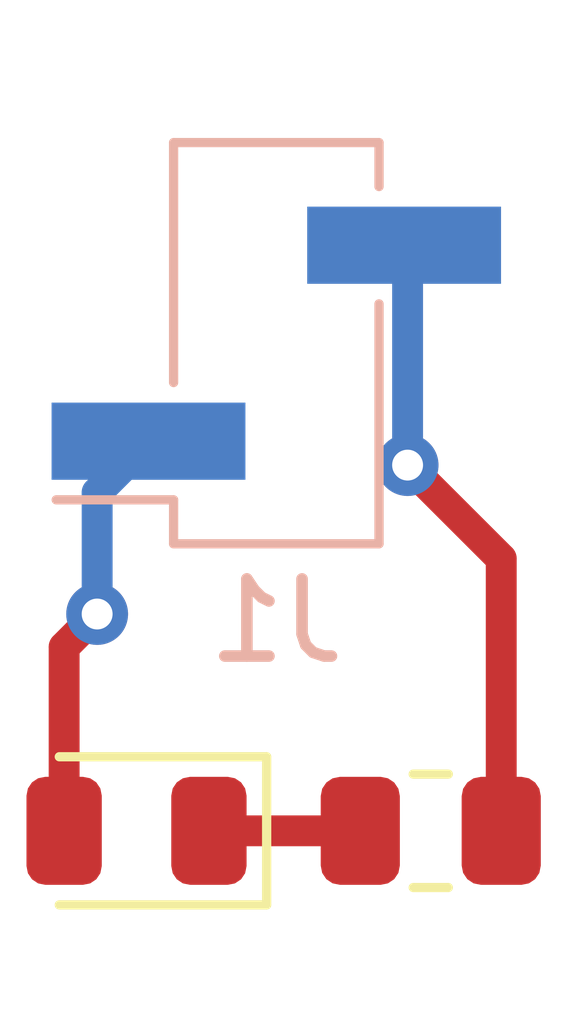
<source format=kicad_pcb>
(kicad_pcb (version 20171130) (host pcbnew "(5.1.10)-1")

  (general
    (thickness 1.6)
    (drawings 0)
    (tracks 11)
    (zones 0)
    (modules 3)
    (nets 4)
  )

  (page A4)
  (layers
    (0 F.Cu signal)
    (31 B.Cu signal)
    (32 B.Adhes user)
    (33 F.Adhes user)
    (34 B.Paste user)
    (35 F.Paste user)
    (36 B.SilkS user)
    (37 F.SilkS user)
    (38 B.Mask user)
    (39 F.Mask user)
    (40 Dwgs.User user)
    (41 Cmts.User user)
    (42 Eco1.User user)
    (43 Eco2.User user)
    (44 Edge.Cuts user)
    (45 Margin user)
    (46 B.CrtYd user)
    (47 F.CrtYd user)
    (48 B.Fab user)
    (49 F.Fab user)
  )

  (setup
    (last_trace_width 0.4)
    (user_trace_width 0.4)
    (user_trace_width 0.6)
    (user_trace_width 0.8)
    (trace_clearance 0.2)
    (zone_clearance 0.508)
    (zone_45_only no)
    (trace_min 0.2)
    (via_size 0.8)
    (via_drill 0.4)
    (via_min_size 0.4)
    (via_min_drill 0.3)
    (uvia_size 0.3)
    (uvia_drill 0.1)
    (uvias_allowed no)
    (uvia_min_size 0.2)
    (uvia_min_drill 0.1)
    (edge_width 0.05)
    (segment_width 0.2)
    (pcb_text_width 0.3)
    (pcb_text_size 1.5 1.5)
    (mod_edge_width 0.12)
    (mod_text_size 1 1)
    (mod_text_width 0.15)
    (pad_size 1.524 1.524)
    (pad_drill 0.762)
    (pad_to_mask_clearance 0)
    (aux_axis_origin 0 0)
    (visible_elements FFFFFF7F)
    (pcbplotparams
      (layerselection 0x010fc_ffffffff)
      (usegerberextensions false)
      (usegerberattributes true)
      (usegerberadvancedattributes true)
      (creategerberjobfile true)
      (excludeedgelayer true)
      (linewidth 0.100000)
      (plotframeref false)
      (viasonmask false)
      (mode 1)
      (useauxorigin false)
      (hpglpennumber 1)
      (hpglpenspeed 20)
      (hpglpendiameter 15.000000)
      (psnegative false)
      (psa4output false)
      (plotreference true)
      (plotvalue true)
      (plotinvisibletext false)
      (padsonsilk false)
      (subtractmaskfromsilk false)
      (outputformat 1)
      (mirror false)
      (drillshape 1)
      (scaleselection 1)
      (outputdirectory ""))
  )

  (net 0 "")
  (net 1 "Net-(D1-Pad1)")
  (net 2 /VCC)
  (net 3 /GND)

  (net_class Default "This is the default net class."
    (clearance 0.2)
    (trace_width 0.25)
    (via_dia 0.8)
    (via_drill 0.4)
    (uvia_dia 0.3)
    (uvia_drill 0.1)
    (add_net /GND)
    (add_net /VCC)
    (add_net "Net-(D1-Pad1)")
  )

  (module Resistor_SMD:R_0805_2012Metric (layer F.Cu) (tedit 5F68FEEE) (tstamp 613AAD6D)
    (at 156.21 114.3)
    (descr "Resistor SMD 0805 (2012 Metric), square (rectangular) end terminal, IPC_7351 nominal, (Body size source: IPC-SM-782 page 72, https://www.pcb-3d.com/wordpress/wp-content/uploads/ipc-sm-782a_amendment_1_and_2.pdf), generated with kicad-footprint-generator")
    (tags resistor)
    (path /613A5E00)
    (attr smd)
    (fp_text reference R1 (at 0.01 1.69) (layer F.SilkS) hide
      (effects (font (size 1 1) (thickness 0.15)))
    )
    (fp_text value 1K (at 0 1.65) (layer F.Fab)
      (effects (font (size 1 1) (thickness 0.15)))
    )
    (fp_text user %R (at 0 0) (layer F.Fab)
      (effects (font (size 0.5 0.5) (thickness 0.08)))
    )
    (fp_line (start -1 0.625) (end -1 -0.625) (layer F.Fab) (width 0.1))
    (fp_line (start -1 -0.625) (end 1 -0.625) (layer F.Fab) (width 0.1))
    (fp_line (start 1 -0.625) (end 1 0.625) (layer F.Fab) (width 0.1))
    (fp_line (start 1 0.625) (end -1 0.625) (layer F.Fab) (width 0.1))
    (fp_line (start -0.227064 -0.735) (end 0.227064 -0.735) (layer F.SilkS) (width 0.12))
    (fp_line (start -0.227064 0.735) (end 0.227064 0.735) (layer F.SilkS) (width 0.12))
    (fp_line (start -1.68 0.95) (end -1.68 -0.95) (layer F.CrtYd) (width 0.05))
    (fp_line (start -1.68 -0.95) (end 1.68 -0.95) (layer F.CrtYd) (width 0.05))
    (fp_line (start 1.68 -0.95) (end 1.68 0.95) (layer F.CrtYd) (width 0.05))
    (fp_line (start 1.68 0.95) (end -1.68 0.95) (layer F.CrtYd) (width 0.05))
    (pad 2 smd roundrect (at 0.9125 0) (size 1.025 1.4) (layers F.Cu F.Paste F.Mask) (roundrect_rratio 0.243902)
      (net 3 /GND))
    (pad 1 smd roundrect (at -0.9125 0) (size 1.025 1.4) (layers F.Cu F.Paste F.Mask) (roundrect_rratio 0.243902)
      (net 1 "Net-(D1-Pad1)"))
    (model ${KISYS3DMOD}/Resistor_SMD.3dshapes/R_0805_2012Metric.wrl
      (at (xyz 0 0 0))
      (scale (xyz 1 1 1))
      (rotate (xyz 0 0 0))
    )
  )

  (module Connector_PinHeader_2.54mm:PinHeader_1x02_P2.54mm_Vertical_SMD_Pin1Left (layer B.Cu) (tedit 59FED5CC) (tstamp 613AAD5C)
    (at 154.21 107.98)
    (descr "surface-mounted straight pin header, 1x02, 2.54mm pitch, single row, style 1 (pin 1 left)")
    (tags "Surface mounted pin header SMD 1x02 2.54mm single row style1 pin1 left")
    (path /613A671F)
    (attr smd)
    (fp_text reference J1 (at 0 3.6) (layer B.SilkS)
      (effects (font (size 1 1) (thickness 0.15)) (justify mirror))
    )
    (fp_text value Power (at 0 -3.6) (layer B.Fab)
      (effects (font (size 1 1) (thickness 0.15)) (justify mirror))
    )
    (fp_text user %R (at 0 0 -90) (layer B.Fab)
      (effects (font (size 1 1) (thickness 0.15)) (justify mirror))
    )
    (fp_line (start 1.27 -2.54) (end -1.27 -2.54) (layer B.Fab) (width 0.1))
    (fp_line (start -0.32 2.54) (end 1.27 2.54) (layer B.Fab) (width 0.1))
    (fp_line (start -1.27 -2.54) (end -1.27 1.59) (layer B.Fab) (width 0.1))
    (fp_line (start -1.27 1.59) (end -0.32 2.54) (layer B.Fab) (width 0.1))
    (fp_line (start 1.27 2.54) (end 1.27 -2.54) (layer B.Fab) (width 0.1))
    (fp_line (start -1.27 1.59) (end -2.54 1.59) (layer B.Fab) (width 0.1))
    (fp_line (start -2.54 1.59) (end -2.54 0.95) (layer B.Fab) (width 0.1))
    (fp_line (start -2.54 0.95) (end -1.27 0.95) (layer B.Fab) (width 0.1))
    (fp_line (start 1.27 -0.95) (end 2.54 -0.95) (layer B.Fab) (width 0.1))
    (fp_line (start 2.54 -0.95) (end 2.54 -1.59) (layer B.Fab) (width 0.1))
    (fp_line (start 2.54 -1.59) (end 1.27 -1.59) (layer B.Fab) (width 0.1))
    (fp_line (start -1.33 2.6) (end 1.33 2.6) (layer B.SilkS) (width 0.12))
    (fp_line (start -1.33 -2.6) (end 1.33 -2.6) (layer B.SilkS) (width 0.12))
    (fp_line (start 1.33 2.6) (end 1.33 -0.51) (layer B.SilkS) (width 0.12))
    (fp_line (start -1.33 2.03) (end -2.85 2.03) (layer B.SilkS) (width 0.12))
    (fp_line (start -1.33 2.6) (end -1.33 2.03) (layer B.SilkS) (width 0.12))
    (fp_line (start 1.33 -2.03) (end 1.33 -2.6) (layer B.SilkS) (width 0.12))
    (fp_line (start -1.33 0.51) (end -1.33 -2.6) (layer B.SilkS) (width 0.12))
    (fp_line (start -3.45 3.05) (end -3.45 -3.05) (layer B.CrtYd) (width 0.05))
    (fp_line (start -3.45 -3.05) (end 3.45 -3.05) (layer B.CrtYd) (width 0.05))
    (fp_line (start 3.45 -3.05) (end 3.45 3.05) (layer B.CrtYd) (width 0.05))
    (fp_line (start 3.45 3.05) (end -3.45 3.05) (layer B.CrtYd) (width 0.05))
    (pad 2 smd rect (at 1.655 -1.27) (size 2.51 1) (layers B.Cu B.Paste B.Mask)
      (net 3 /GND))
    (pad 1 smd rect (at -1.655 1.27) (size 2.51 1) (layers B.Cu B.Paste B.Mask)
      (net 2 /VCC))
    (model ${KISYS3DMOD}/Connector_PinHeader_2.54mm.3dshapes/PinHeader_1x02_P2.54mm_Vertical_SMD_Pin1Left.wrl
      (at (xyz 0 0 0))
      (scale (xyz 1 1 1))
      (rotate (xyz 0 0 0))
    )
  )

  (module LED_SMD:LED_0805_2012Metric (layer F.Cu) (tedit 5F68FEF1) (tstamp 613AAD3F)
    (at 152.4 114.3 180)
    (descr "LED SMD 0805 (2012 Metric), square (rectangular) end terminal, IPC_7351 nominal, (Body size source: https://docs.google.com/spreadsheets/d/1BsfQQcO9C6DZCsRaXUlFlo91Tg2WpOkGARC1WS5S8t0/edit?usp=sharing), generated with kicad-footprint-generator")
    (tags LED)
    (path /613A4DC7)
    (attr smd)
    (fp_text reference D1 (at -0.04 -1.74) (layer F.SilkS) hide
      (effects (font (size 1 1) (thickness 0.15)))
    )
    (fp_text value Blue (at 0 1.65) (layer F.Fab)
      (effects (font (size 1 1) (thickness 0.15)))
    )
    (fp_text user %R (at 0 0) (layer F.Fab)
      (effects (font (size 0.5 0.5) (thickness 0.08)))
    )
    (fp_line (start 1 -0.6) (end -0.7 -0.6) (layer F.Fab) (width 0.1))
    (fp_line (start -0.7 -0.6) (end -1 -0.3) (layer F.Fab) (width 0.1))
    (fp_line (start -1 -0.3) (end -1 0.6) (layer F.Fab) (width 0.1))
    (fp_line (start -1 0.6) (end 1 0.6) (layer F.Fab) (width 0.1))
    (fp_line (start 1 0.6) (end 1 -0.6) (layer F.Fab) (width 0.1))
    (fp_line (start 1 -0.96) (end -1.685 -0.96) (layer F.SilkS) (width 0.12))
    (fp_line (start -1.685 -0.96) (end -1.685 0.96) (layer F.SilkS) (width 0.12))
    (fp_line (start -1.685 0.96) (end 1 0.96) (layer F.SilkS) (width 0.12))
    (fp_line (start -1.68 0.95) (end -1.68 -0.95) (layer F.CrtYd) (width 0.05))
    (fp_line (start -1.68 -0.95) (end 1.68 -0.95) (layer F.CrtYd) (width 0.05))
    (fp_line (start 1.68 -0.95) (end 1.68 0.95) (layer F.CrtYd) (width 0.05))
    (fp_line (start 1.68 0.95) (end -1.68 0.95) (layer F.CrtYd) (width 0.05))
    (pad 2 smd roundrect (at 0.9375 0 180) (size 0.975 1.4) (layers F.Cu F.Paste F.Mask) (roundrect_rratio 0.25)
      (net 2 /VCC))
    (pad 1 smd roundrect (at -0.9375 0 180) (size 0.975 1.4) (layers F.Cu F.Paste F.Mask) (roundrect_rratio 0.25)
      (net 1 "Net-(D1-Pad1)"))
    (model ${KISYS3DMOD}/LED_SMD.3dshapes/LED_0805_2012Metric.wrl
      (at (xyz 0 0 0))
      (scale (xyz 1 1 1))
      (rotate (xyz 0 0 0))
    )
  )

  (segment (start 153.3375 114.3) (end 155.2975 114.3) (width 0.4) (layer F.Cu) (net 1))
  (via (at 151.89 111.49) (size 0.8) (drill 0.4) (layers F.Cu B.Cu) (net 2))
  (segment (start 151.4625 111.9175) (end 151.89 111.49) (width 0.4) (layer F.Cu) (net 2))
  (segment (start 151.4625 114.3) (end 151.4625 111.9175) (width 0.4) (layer F.Cu) (net 2))
  (segment (start 151.89 109.915) (end 152.555 109.25) (width 0.4) (layer B.Cu) (net 2))
  (segment (start 151.89 111.49) (end 151.89 109.915) (width 0.4) (layer B.Cu) (net 2))
  (via (at 155.91 109.56) (size 0.8) (drill 0.4) (layers F.Cu B.Cu) (net 3))
  (segment (start 157.1225 110.7725) (end 155.91 109.56) (width 0.4) (layer F.Cu) (net 3))
  (segment (start 157.1225 114.3) (end 157.1225 110.7725) (width 0.4) (layer F.Cu) (net 3))
  (segment (start 155.91 106.755) (end 155.865 106.71) (width 0.4) (layer B.Cu) (net 3))
  (segment (start 155.91 109.56) (end 155.91 106.755) (width 0.4) (layer B.Cu) (net 3))

)

</source>
